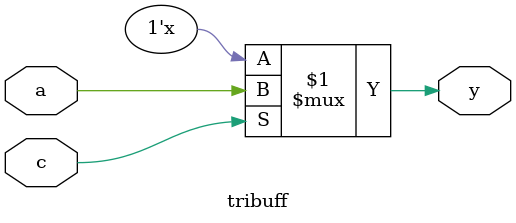
<source format=v>
module tribuff(a,c,y);
	input a,c;
	output y;
	assign y= c ? a : 1'bz;	
endmodule

</source>
